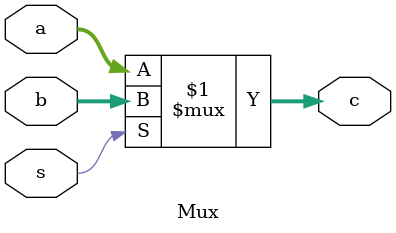
<source format=v>
module Mux(a, b, s, c);
    input [31:0] a, b;
    input s;
    output [31:0] c;
    assign c = s ? b : a;
endmodule
</source>
